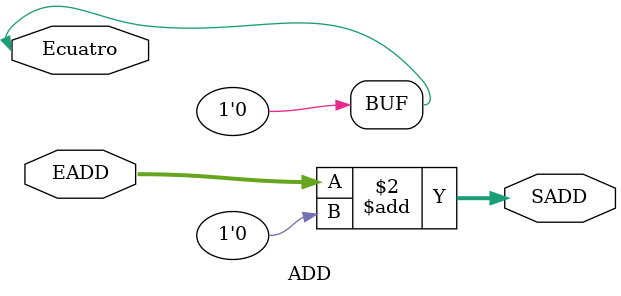
<source format=v>
`timescale 1ns/1ns

module ADD(
    input [31:0]EADD,
    input Ecuatro,
    output reg[31:0]SADD  
);
assign Ecuatro = 4;

initial 
begin
         
     SADD =  EADD + Ecuatro;   
end
endmodule
</source>
